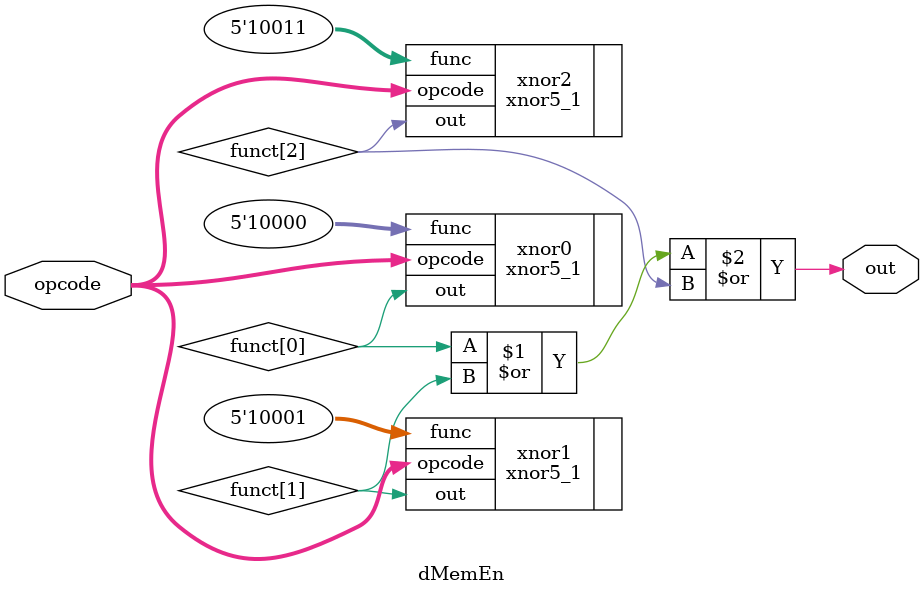
<source format=v>
module dMemEn(opcode, out);
   input [4:0] opcode;
   output      out;
   wire        funct[2:0];

   xnor5_1 xnor0  (.opcode(opcode), .func(5'b10000), .out(funct[0]));
   xnor5_1 xnor1  (.opcode(opcode), .func(5'b10001), .out(funct[1]));
   xnor5_1 xnor2  (.opcode(opcode), .func(5'b10011), .out(funct[2]));

   assign out = funct[0] | funct[1] | funct[2];

endmodule // dMemWrite


</source>
